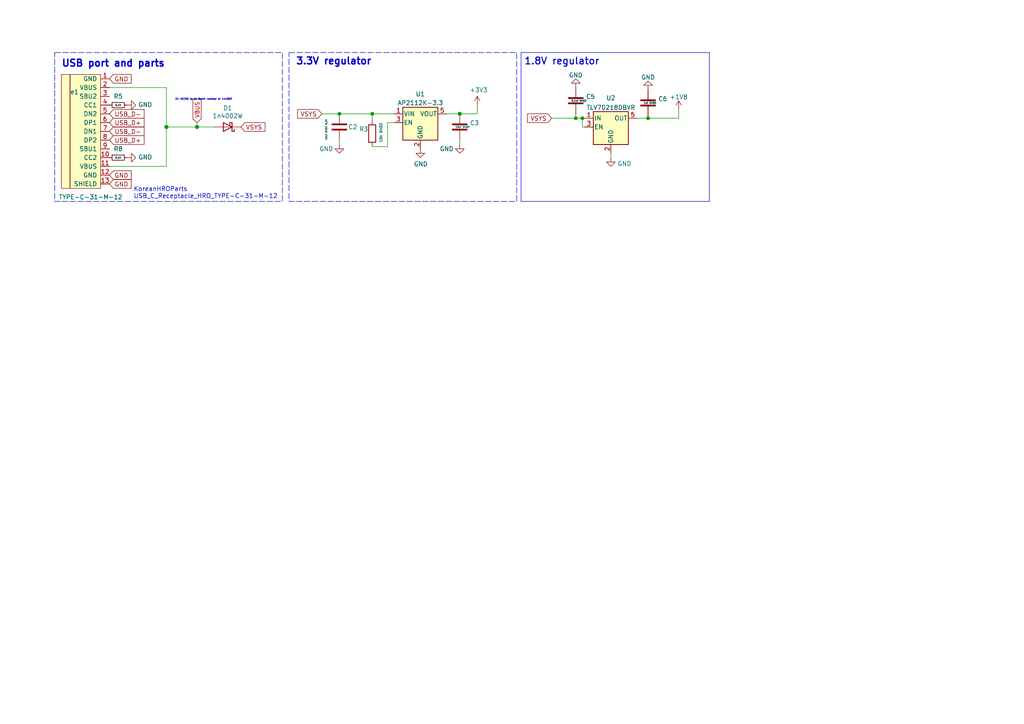
<source format=kicad_sch>
(kicad_sch (version 20230121) (generator eeschema)
  (paper "A4")
  (lib_symbols
    (symbol "Device:C" (pin_numbers hide) (pin_names (offset 0.254))
      (property "Reference" "C" (at 0.635 2.54 0))
      (property "Value" "C" (at 0.635 -2.54 0))
      (symbol "C_0_1"
        (polyline (pts (xy -2.032 -0.762) (xy 2.032 -0.762)) (stroke (width 0.508)))
        (polyline (pts (xy -2.032 0.762) (xy 2.032 0.762)) (stroke (width 0.508)))
      )
      (symbol "C_1_1"
        (pin passive line (at 0 3.81 270) (length 2.794) (name "~") (number "1"))
        (pin passive line (at 0 -3.81 90) (length 2.794) (name "~") (number "2"))
      )
    )
    (symbol "Device:D_Schottky" (pin_numbers hide) (pin_names (offset 1.016) hide)
      (property "Reference" "D" (at 0 2.54 0))
      (property "Value" "D_Schottky" (at 0 -2.54 0))
      (symbol "D_Schottky_0_1"
        (polyline (pts (xy 1.27 0) (xy -1.27 0)))
        (polyline (pts (xy 1.27 1.27) (xy 1.27 -1.27) (xy -1.27 0) (xy 1.27 1.27)) (stroke (width 0.254)))
        (polyline (pts (xy -1.905 0.635) (xy -1.905 1.27) (xy -1.27 1.27) (xy -1.27 -1.27) (xy -0.635 -1.27) (xy -0.635 -0.635)) (stroke (width 0.254)))
      )
      (symbol "D_Schottky_1_1"
        (pin passive line (at -3.81 0 0) (length 2.54) (name "K") (number "1"))
        (pin passive line (at 3.81 0 180) (length 2.54) (name "A") (number "2"))
      )
    )
    (symbol "Device:R" (pin_numbers hide) (pin_names (offset 0))
      (property "Reference" "R" (at 2.032 0 90))
      (property "Value" "R" (at 0 0 90))
      (symbol "R_0_1"
        (rectangle (start -1.016 -2.54) (end 1.016 2.54) (stroke (width 0.254)))
      )
      (symbol "R_1_1"
        (pin passive line (at 0 3.81 270) (length 1.27) (name "~") (number "1"))
        (pin passive line (at 0 -3.81 90) (length 1.27) (name "~") (number "2"))
      )
    )
    (symbol "Device:R_Small" (pin_numbers hide) (pin_names (offset 0.254) hide)
      (property "Reference" "R" (at 0.762 0.508 0))
      (property "Value" "R_Small" (at 0.762 -1.016 0))
      (symbol "R_Small_0_1"
        (rectangle (start -0.762 1.778) (end 0.762 -1.778) (stroke (width 0.2032)))
      )
      (symbol "R_Small_1_1"
        (pin passive line (at 0 2.54 270) (length 0.762) (name "~") (number "1"))
        (pin passive line (at 0 -2.54 90) (length 0.762) (name "~") (number "2"))
      )
    )
    (symbol "HRO-TYPE-C-31-M-12_1" (pin_names (offset 1.016))
      (property "Reference" "USB" (at -5.08 16.51 0))
      (property "Value" "HRO-TYPE-C-31-M-12" (at -10.16 -1.27 90))
      (symbol "HRO-TYPE-C-31-M-12_1_0_1"
        (rectangle (start -11.43 15.24) (end -8.89 -17.78) (fill (type background)))
        (rectangle (start 0 -17.78) (end -8.89 15.24) (fill (type background)))
      )
      (symbol "HRO-TYPE-C-31-M-12_1_1_1"
        (pin input line (at 2.54 13.97 180) (length 2.54) (name "GND") (number "1"))
        (pin input line (at 2.54 -8.89 180) (length 2.54) (name "CC2") (number "10"))
        (pin input line (at 2.54 -11.43 180) (length 2.54) (name "VBUS") (number "11"))
        (pin input line (at 2.54 -13.97 180) (length 2.54) (name "GND") (number "12"))
        (pin input line (at 2.54 -16.51 180) (length 2.54) (name "SHIELD") (number "13"))
        (pin input line (at 2.54 11.43 180) (length 2.54) (name "VBUS") (number "2"))
        (pin input line (at 2.54 8.89 180) (length 2.54) (name "SBU2") (number "3"))
        (pin input line (at 2.54 6.35 180) (length 2.54) (name "CC1") (number "4"))
        (pin input line (at 2.54 3.81 180) (length 2.54) (name "DN2") (number "5"))
        (pin input line (at 2.54 1.27 180) (length 2.54) (name "DP1") (number "6"))
        (pin input line (at 2.54 -1.27 180) (length 2.54) (name "DN1") (number "7"))
        (pin input line (at 2.54 -3.81 180) (length 2.54) (name "DP2") (number "8"))
        (pin input line (at 2.54 -6.35 180) (length 2.54) (name "SBU1") (number "9"))
      )
    )
    (symbol "Regulator_Linear:AP2112K-3.3" (pin_names (offset 0.254))
      (property "Reference" "U" (at -5.08 5.715 0))
      (property "Value" "AP2112K-3.3" (at 0 5.715 0))
      (symbol "AP2112K-3.3_0_1"
        (rectangle (start -5.08 4.445) (end 5.08 -5.08) (stroke (width 0.254)) (fill (type background)))
      )
      (symbol "AP2112K-3.3_1_1"
        (pin power_in line (at -7.62 2.54 0) (length 2.54) (name "VIN") (number "1"))
        (pin power_in line (at 0 -7.62 90) (length 2.54) (name "GND") (number "2"))
        (pin input line (at -7.62 0 0) (length 2.54) (name "EN") (number "3"))
        (pin no_connect line (at 5.08 0 180) (length 2.54) hide (name "NC") (number "4"))
        (pin power_out line (at 7.62 2.54 180) (length 2.54) (name "VOUT") (number "5"))
      )
    )
    (symbol "Regulator_Linear:TLV70218_SOT23-5" (pin_names (offset 0.254))
      (property "Reference" "U" (at -3.81 5.715 0))
      (property "Value" "TLV70218_SOT23-5" (at 0 5.715 0))
      (symbol "TLV70218_SOT23-5_0_1"
        (rectangle (start -5.08 4.445) (end 5.08 -5.08) (stroke (width 0.254)) (fill (type background)))
      )
      (symbol "TLV70218_SOT23-5_1_1"
        (pin power_in line (at -7.62 2.54 0) (length 2.54) (name "IN") (number "1"))
        (pin power_in line (at 0 -7.62 90) (length 2.54) (name "GND") (number "2"))
        (pin input line (at -7.62 0 0) (length 2.54) (name "EN") (number "3"))
        (pin no_connect line (at 5.08 0 180) (length 2.54) hide (name "NC") (number "4"))
        (pin power_out line (at 7.62 2.54 180) (length 2.54) (name "OUT") (number "5"))
      )
    )
    (symbol "power:+1V8" (power) (pin_names (offset 0))
      (property "Value" "+1V8" (at 0 3.556 0))
      (symbol "+1V8_0_1"
        (polyline (pts (xy -0.762 1.27) (xy 0 2.54)))
        (polyline (pts (xy 0 0) (xy 0 2.54)))
        (polyline (pts (xy 0 2.54) (xy 0.762 1.27)))
      )
      (symbol "+1V8_1_1"
        (pin power_in line (at 0 0 90) (length 0) hide (name "+1V8") (number "1"))
      )
    )
    (symbol "power:+3V3" (power) (pin_names (offset 0))
      (property "Value" "+3V3" (at 0 3.556 0))
      (symbol "+3V3_0_1"
        (polyline (pts (xy -0.762 1.27) (xy 0 2.54)))
        (polyline (pts (xy 0 0) (xy 0 2.54)))
        (polyline (pts (xy 0 2.54) (xy 0.762 1.27)))
      )
      (symbol "+3V3_1_1"
        (pin power_in line (at 0 0 90) (length 0) hide (name "+3V3") (number "1"))
      )
    )
    (symbol "power:GND" (power) (pin_names (offset 0))
      (property "Value" "GND" (at 0 -3.81 0))
      (symbol "GND_0_1"
        (polyline (pts (xy 0 0) (xy 0 -1.27) (xy 1.27 -1.27) (xy 0 -2.54) (xy -1.27 -1.27) (xy 0 -1.27)))
      )
      (symbol "GND_1_1"
        (pin power_in line (at 0 0 270) (length 0) hide (name "GND") (number "1"))
      )
    )
  )
  (junction (at 168.91 34.29))
  (junction (at 48.26 36.83) (diameter 1.016))
  (junction (at 57.15 36.83) (diameter 1.016))
  (junction (at 98.425 33.02))
  (junction (at 133.35 33.02) (diameter 1.016))
  (junction (at 107.95 33.02))
  (junction (at 187.96 34.29))
  (junction (at 167.005 34.29))
  (wire (pts (xy 57.15 36.83) (xy 57.15 35.56)))
  (polyline (pts (xy 151.13 15.24) (xy 205.74 15.24)))
  (wire (pts (xy 133.35 40.64) (xy 133.35 41.91)))
  (wire (pts (xy 196.85 31.75) (xy 196.85 34.29)))
  (wire (pts (xy 31.75 25.4) (xy 48.26 25.4)))
  (wire (pts (xy 112.395 35.56) (xy 114.3 35.56)))
  (wire (pts (xy 93.345 33.02) (xy 98.425 33.02)))
  (wire (pts (xy 184.785 34.29) (xy 187.96 34.29)))
  (wire (pts (xy 167.005 34.29) (xy 168.91 34.29)))
  (polyline (pts (xy 205.74 15.24) (xy 205.74 58.42)))
  (wire (pts (xy 138.43 30.48) (xy 138.43 33.02)))
  (wire (pts (xy 107.95 33.02) (xy 98.425 33.02)))
  (wire (pts (xy 107.95 33.02) (xy 114.3 33.02)))
  (wire (pts (xy 138.43 33.02) (xy 133.35 33.02)))
  (wire (pts (xy 187.96 34.29) (xy 196.85 34.29)))
  (wire (pts (xy 48.26 48.26) (xy 31.75 48.26)))
  (wire (pts (xy 177.165 44.45) (xy 177.165 45.72)))
  (wire (pts (xy 48.26 25.4) (xy 48.26 36.83)))
  (wire (pts (xy 129.54 33.02) (xy 133.35 33.02)))
  (wire (pts (xy 167.005 33.02) (xy 167.005 34.29)))
  (wire (pts (xy 57.15 36.83) (xy 62.23 36.83)))
  (wire (pts (xy 168.91 36.83) (xy 169.545 36.83)))
  (wire (pts (xy 168.91 34.29) (xy 168.91 36.83)))
  (wire (pts (xy 112.395 35.56) (xy 112.395 42.545)))
  (wire (pts (xy 48.26 36.83) (xy 57.15 36.83)))
  (wire (pts (xy 107.95 34.925) (xy 107.95 33.02)))
  (polyline (pts (xy 151.13 15.24) (xy 151.13 58.42)))
  (wire (pts (xy 98.425 40.64) (xy 98.425 41.91)))
  (wire (pts (xy 168.91 34.29) (xy 169.545 34.29)))
  (wire (pts (xy 187.96 34.29) (xy 187.96 33.655)))
  (polyline (pts (xy 205.74 58.42) (xy 151.13 58.42)))
  (wire (pts (xy 107.95 42.545) (xy 112.395 42.545)))
  (wire (pts (xy 48.26 36.83) (xy 48.26 48.26)))
  (wire (pts (xy 160.02 34.29) (xy 167.005 34.29)))
  (rectangle (start 83.82 15.24) (end 149.86 58.42) (stroke (width 0) (type dash)))
  (rectangle (start 15.875 15.24) (end 81.915 58.42) (stroke (width 0) (type dash)))
  (text "1.8V regulator" (at 173.99 19.05 0) (effects (font (size 2 2) (thickness 0.3) bold) (justify right bottom)))
  (text "3.3V regulator" (at 85.725 19.05 0) (effects (font (size 2 2) (thickness 0.4) bold) (justify left bottom)))
  (text "KoreanHROParts \nUSB_C_Receptacle_HRO_TYPE-C-31-M-12" (at 38.735 57.785 0) (effects (font (size 1.27 1.27)) (justify left bottom)))
  (text "USB port and parts" (at 17.78 19.685 0) (effects (font (size 2 2) (thickness 0.4) bold) (justify left bottom)))
  (text "D1 NEEDS to be 0omh resistor or 1n4002" (at 50.8 29.21 0) (effects (font (size 0.508 0.508)) (justify left bottom)))
  (global_label "USB_D-" (shape input) (at 31.75 38.1 0) (property "Intersheetrefs" "${INTERSHEET_REFS}" (effects hide)))
  (global_label "VSYS" (shape input) (at 69.85 36.83 0) (property "Intersheetrefs" "${INTERSHEET_REFS}" (effects hide)))
  (global_label "VBUS" (shape input) (at 57.15 35.56 90) (effects (font (size 1.1938 1.1938))) (property "Intersheetrefs" "${INTERSHEET_REFS}" (effects hide)))
  (global_label "USB_D+" (shape input) (at 31.75 35.56 0) (property "Intersheetrefs" "${INTERSHEET_REFS}" (effects hide)))
  (global_label "VSYS" (shape input) (at 93.345 33.02 180) (property "Intersheetrefs" "${INTERSHEET_REFS}" (effects hide)))
  (global_label "USB_D+" (shape input) (at 31.75 40.64 0) (property "Intersheetrefs" "${INTERSHEET_REFS}" (effects hide)))
  (global_label "GND" (shape input) (at 31.75 22.86 0) (property "Intersheetrefs" "${INTERSHEET_REFS}" (effects hide)))
  (global_label "GND" (shape input) (at 31.75 53.34 0) (property "Intersheetrefs" "${INTERSHEET_REFS}" (effects hide)))
  (global_label "GND" (shape input) (at 31.75 50.8 0) (property "Intersheetrefs" "${INTERSHEET_REFS}" (effects hide)))
  (global_label "USB_D-" (shape input) (at 31.75 33.02 0) (property "Intersheetrefs" "${INTERSHEET_REFS}" (effects hide)))
  (global_label "VSYS" (shape input) (at 160.02 34.29 180) (property "Intersheetrefs" "${INTERSHEET_REFS}" (effects hide)))
  (symbol (lib_id "Device:R_Small") (at 34.29 45.72 270) (unit 1)
    (property "Reference" "R8" (at 34.29 43.18 90))
    (property "Value" "5.1K" (at 34.29 45.72 90) (effects (font (size 0.508 0.508))))
    (property "Footprint" "Resistor_SMD:R_0402_1005Metric" (effects hide))
  )
  (symbol (lib_id "power:GND") (at 36.83 45.72 90) (unit 1)
    (property "Reference" "#PWR020" (effects hide))
    (property "Value" "GND" (at 40.0812 45.593 90) (effects (justify right)))
  )
  (symbol (lib_id "Regulator_Linear:TLV70218_SOT23-5") (at 177.165 36.83 0) (unit 1)
    (property "Reference" "U2" (at 177.165 28.4184 0))
    (property "Value" "TLV70218DBVR" (at 177.165 31.1935 0))
    (property "Footprint" "Package_TO_SOT_SMD:SOT-23-5" (effects hide))
    (property "Datasheet" "http://www.ti.com/lit/ds/symlink/tlv702.pdf" (effects hide))
  )
  (symbol (lib_id "power:GND") (at 177.165 45.72 0) (unit 1)
    (property "Reference" "#PWR012" (effects hide))
    (property "Value" "GND" (at 179.07 47.4689 0) (effects (justify left)))
  )
  (symbol (lib_id "Device:C") (at 167.005 29.21 0) (unit 1)
    (property "Reference" "C5" (at 169.926 28.0416 0) (effects (justify left)))
    (property "Value" "0.1uf 0402" (at 165.735 29.21 0) (effects (font (size 0.508 0.508)) (justify left)))
    (property "Footprint" "Capacitor_SMD:C_0402_1005Metric" (effects hide))
  )
  (symbol (lib_id "power:GND") (at 98.425 41.91 0) (unit 1)
    (property "Reference" "#PWR01" (effects hide))
    (property "Value" "GND" (at 94.615 43.18 0))
  )
  (symbol (lib_id "power:GND") (at 167.005 25.4 180) (unit 1)
    (property "Reference" "#PWR011" (effects hide))
    (property "Value" "GND" (at 167.005 21.7955 0))
  )
  (symbol (lib_id "power:GND") (at 36.83 30.48 90) (unit 1)
    (property "Reference" "#PWR010" (effects hide))
    (property "Value" "GND" (at 40.0812 30.353 90) (effects (justify right)))
  )
  (symbol (lib_id "Device:C") (at 187.96 29.845 0) (unit 1)
    (property "Reference" "C6" (at 190.881 28.6766 0) (effects (justify left)))
    (property "Value" "1uf 0402" (at 186.69 29.845 0) (effects (font (size 0.508 0.508)) (justify left)))
    (property "Footprint" "Capacitor_SMD:C_0402_1005Metric" (effects hide))
  )
  (symbol (lib_id "power:+1V8") (at 196.85 31.75 0) (unit 1)
    (property "Reference" "#PWR017" (effects hide))
    (property "Value" "+1V8" (at 196.85 28.1455 0))
  )
  (symbol (lib_id "power:GND") (at 121.92 43.18 0) (unit 1)
    (property "Reference" "#PWR02" (effects hide))
    (property "Value" "GND" (at 122.047 47.5742 0))
  )
  (symbol (lib_id "Device:C") (at 133.35 36.83 0) (unit 1)
    (property "Reference" "C3" (at 136.271 35.6616 0) (effects (justify left)))
    (property "Value" "10uf 0402" (at 132.08 36.83 0) (effects (font (size 0.508 0.508)) (justify left)))
    (property "Footprint" "Capacitor_SMD:C_0402_1005Metric" (effects hide))
  )
  (symbol (lib_id "Device:C") (at 98.425 36.83 0) (unit 1)
    (property "Reference" "C2" (at 100.965 36.83 0) (effects (justify left)))
    (property "Value" "10uf 0402 6.3V" (at 94.615 40.64 90) (effects (font (size 0.508 0.508)) (justify left)))
    (property "Footprint" "Capacitor_SMD:C_0402_1005Metric" (effects hide))
  )
  (symbol (lib_id "Device:R_Small") (at 34.29 30.48 270) (unit 1)
    (property "Reference" "R5" (at 34.29 27.94 90))
    (property "Value" "5.1K" (at 34.29 30.48 90) (effects (font (size 0.508 0.508))))
    (property "Footprint" "Resistor_SMD:R_0402_1005Metric" (effects hide))
  )
  (symbol (lib_id "power:+3V3") (at 138.43 30.48 0) (unit 1)
    (property "Reference" "#PWR07" (effects hide))
    (property "Value" "+3V3" (at 138.811 26.0858 0))
  )
  (symbol (lib_id "power:GND") (at 187.96 26.035 180) (unit 1)
    (property "Reference" "#PWR015" (effects hide))
    (property "Value" "GND" (at 187.96 22.4305 0))
  )
  (symbol (lib_id "Regulator_Linear:AP2112K-3.3") (at 121.92 35.56 0) (unit 1)
    (property "Reference" "U1" (at 121.92 27.305 0))
    (property "Value" "AP2112K-3.3" (at 121.92 29.845 0))
    (property "Footprint" "Package_TO_SOT_SMD:SOT-23-5" (effects hide))
    (property "Datasheet" "https://www.diodes.com/assets/Datasheets/AP2112.pdf" (effects hide))
  )
  (symbol (lib_name "HRO-TYPE-C-31-M-12_1") (lib_id "Type-C:HRO-TYPE-C-31-M-12") (at 29.21 36.83 0) (unit 1)
    (property "Reference" "e1" (at 22.86 26.67 0) (effects (justify right)))
    (property "Value" "TYPE-C-31-M-12" (at 35.56 57.15 0) (effects (justify right)))
    (property "Footprint" "HRO-TYPE-C31-M-12:HRO-TYPE-C-31-M-12" (effects hide))
  )
  (symbol (lib_id "Device:D_Schottky") (at 66.04 36.83 180) (unit 1)
    (property "Reference" "D1" (at 66.04 31.3182 0))
    (property "Value" "1n4002W" (at 66.04 33.6296 0))
    (property "Footprint" "Diode_SMD:D_SOD-123" (effects hide))
  )
  (symbol (lib_id "Device:R") (at 107.95 38.735 0) (unit 1)
    (property "Reference" "R3" (at 104.14 37.465 0) (effects (justify left)))
    (property "Value" "10k 0402" (at 110.49 41.275 90) (effects (font (size 0.762 0.762)) (justify left)))
    (property "Footprint" "Resistor_SMD:R_0402_1005Metric" (effects hide))
  )
  (symbol (lib_id "power:GND") (at 133.35 41.91 0) (unit 1)
    (property "Reference" "#PWR06" (effects hide))
    (property "Value" "GND" (at 129.54 43.18 0))
  )
)
</source>
